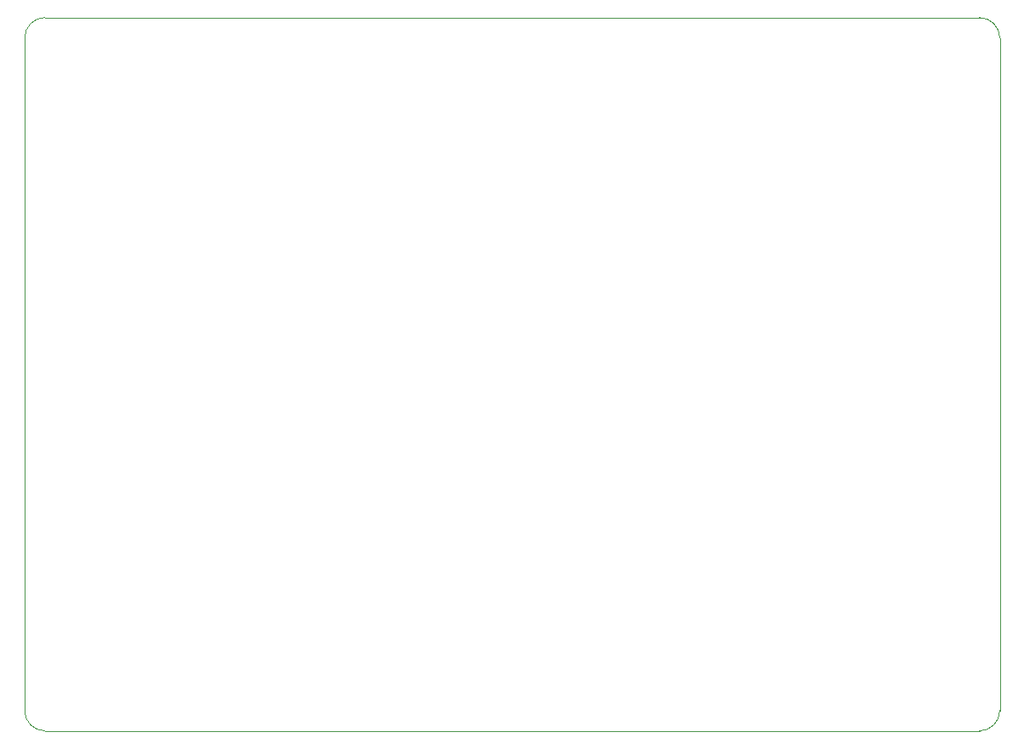
<source format=gbr>
%TF.GenerationSoftware,KiCad,Pcbnew,(5.1.12)-1*%
%TF.CreationDate,2022-03-31T08:37:18-05:00*%
%TF.ProjectId,PoE_Stepper_Driver,506f455f-5374-4657-9070-65725f447269,rev?*%
%TF.SameCoordinates,Original*%
%TF.FileFunction,Profile,NP*%
%FSLAX46Y46*%
G04 Gerber Fmt 4.6, Leading zero omitted, Abs format (unit mm)*
G04 Created by KiCad (PCBNEW (5.1.12)-1) date 2022-03-31 08:37:18*
%MOMM*%
%LPD*%
G01*
G04 APERTURE LIST*
%TA.AperFunction,Profile*%
%ADD10C,0.050000*%
%TD*%
G04 APERTURE END LIST*
D10*
X96393000Y-128905000D02*
G75*
G02*
X94361000Y-126873000I0J2032000D01*
G01*
X191516000Y-126873000D02*
G75*
G02*
X189484000Y-128905000I-2032000J0D01*
G01*
X189484000Y-57785000D02*
G75*
G02*
X191516000Y-59817000I0J-2032000D01*
G01*
X94361000Y-59817000D02*
G75*
G02*
X96393000Y-57785000I2032000J0D01*
G01*
X96393000Y-128905000D02*
X189484000Y-128905000D01*
X191516000Y-126873000D02*
X191516000Y-59817000D01*
X94361000Y-126873000D02*
X94361000Y-59817000D01*
X96393000Y-57785000D02*
X189484000Y-57785000D01*
M02*

</source>
